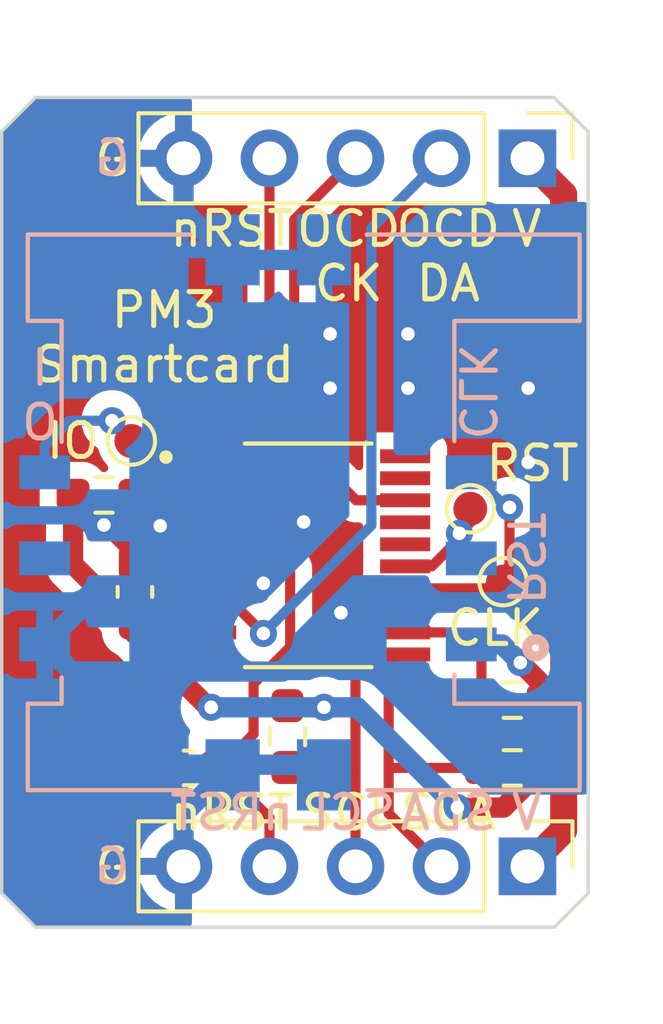
<source format=kicad_pcb>
(kicad_pcb (version 20221018) (generator pcbnew)
  (layers (0 "F.Cu" signal) (31 "B.Cu" signal) (34 "B.Paste" user) (35 "F.Paste" user) (36 "B.SilkS" user "B.Silkscreen") (37 "F.SilkS" user "F.Silkscreen") (38 "B.Mask" user) (39 "F.Mask" user) (44 "Edge.Cuts" user))
  (net 0 "")
  (net 1 "VCC")
  (net 2 "GND")
  (net 3 "/nRST")
  (net 4 "/slot_RST")
  (net 5 "/slot_CLK")
  (net 7 "/slot_IO")
  (net 8 "/SCL")
  (net 9 "/SDA")
  (net 10 "/OCDCK")
  (net 11 "/OCDDA")
  (footprint "Capacitor_SMD:C_0603_1608Metric_Pad1.08x0.95mm_HandSolder" (layer "F.Cu") (at 63.7275 63.71 180)
    (fp_text reference "C2" hide)
    (fp_text value "100n")
    (fp_line (start -0.146267 -0.51) (end 0.146267 -0.51) (stroke (width 0.12)) (layer "F.SilkS"))
    (fp_line (start -0.146267 0.51) (end 0.146267 0.51) (stroke (width 0.12)) (layer "F.SilkS"))
    (pad "1" smd roundrect (at -0.8625 0 180) (size 1.075 0.95) (layers "F.Cu" "F.Paste" "F.Mask") (net 3 "/nRST"))
    (pad "2" smd roundrect (at 0.8625 0 180) (size 1.075 0.95) (layers "F.Cu" "F.Paste" "F.Mask") (net 2 "GND"))
  )
  (footprint "Resistor_SMD:R_0603_1608Metric_Pad0.98x0.95mm_HandSolder" (layer "F.Cu") (at 61.2225 55.6525)
    (fp_text reference "R4" hide)
    (fp_text value "4.7k")
    (fp_line (start -0.254724 -0.5225) (end 0.254724 -0.5225) (stroke (width 0.12)) (layer "F.SilkS"))
    (fp_line (start -0.254724 0.5225) (end 0.254724 0.5225) (stroke (width 0.12)) (layer "F.SilkS"))
    (pad "1" smd roundrect (at -0.9125 0) (size 0.975 0.95) (layers "F.Cu" "F.Paste" "F.Mask") (net 1 "VCC"))
    (pad "2" smd roundrect (at 0.9125 0) (size 0.975 0.95) (layers "F.Cu" "F.Paste" "F.Mask") (net 7 "/slot_IO"))
  )
  (footprint "libs:SOP65P640X120-20N" (layer "F.Cu") (at 67.2525 57.435)
    (fp_text reference "U1" hide)
    (fp_text value "N76E003AT20")
    (fp_line (start -1.869 -3.3) (end 1.869 -3.3) (stroke (width 0.127)) (layer "F.SilkS"))
    (fp_line (start -1.869 3.3) (end 1.869 3.3) (stroke (width 0.127)) (layer "F.SilkS"))
    (fp_circle (center -4.2 -2.9) (end -4.1 -2.9) (stroke (width 0.2)) (fill none) (layer "F.SilkS"))
    (pad "1" smd roundrect (at -2.865 -2.925) (size 1.48 0.41) (layers "F.Cu" "F.Paste" "F.Mask") (roundrect_rratio 0.02))
    (pad "2" smd roundrect (at -2.865 -2.275) (size 1.48 0.41) (layers "F.Cu" "F.Paste" "F.Mask") (roundrect_rratio 0.02) (net 7 "/slot_IO"))
    (pad "3" smd roundrect (at -2.865 -1.625) (size 1.48 0.41) (layers "F.Cu" "F.Paste" "F.Mask") (roundrect_rratio 0.02) (net 7 "/slot_IO"))
    (pad "4" smd roundrect (at -2.865 -0.975) (size 1.48 0.41) (layers "F.Cu" "F.Paste" "F.Mask") (roundrect_rratio 0.02) (net 3 "/nRST"))
    (pad "5" smd roundrect (at -2.865 -0.325) (size 1.48 0.41) (layers "F.Cu" "F.Paste" "F.Mask") (roundrect_rratio 0.02))
    (pad "6" smd roundrect (at -2.865 0.325) (size 1.48 0.41) (layers "F.Cu" "F.Paste" "F.Mask") (roundrect_rratio 0.02))
    (pad "7" smd roundrect (at -2.865 0.975) (size 1.48 0.41) (layers "F.Cu" "F.Paste" "F.Mask") (roundrect_rratio 0.02) (net 2 "GND"))
    (pad "8" smd roundrect (at -2.865 1.625) (size 1.48 0.41) (layers "F.Cu" "F.Paste" "F.Mask") (roundrect_rratio 0.02) (net 11 "/OCDDA"))
    (pad "9" smd roundrect (at -2.865 2.275) (size 1.48 0.41) (layers "F.Cu" "F.Paste" "F.Mask") (roundrect_rratio 0.02) (net 1 "VCC"))
    (pad "10" smd roundrect (at -2.865 2.925) (size 1.48 0.41) (layers "F.Cu" "F.Paste" "F.Mask") (roundrect_rratio 0.02))
    (pad "11" smd roundrect (at 2.865 2.925 180) (size 1.48 0.41) (layers "F.Cu" "F.Paste" "F.Mask") (roundrect_rratio 0.02) (net 9 "/SDA"))
    (pad "12" smd roundrect (at 2.865 2.275 180) (size 1.48 0.41) (layers "F.Cu" "F.Paste" "F.Mask") (roundrect_rratio 0.02) (net 8 "/SCL"))
    (pad "13" smd roundrect (at 2.865 1.625 180) (size 1.48 0.41) (layers "F.Cu" "F.Paste" "F.Mask") (roundrect_rratio 0.02))
    (pad "14" smd roundrect (at 2.865 0.975 180) (size 1.48 0.41) (layers "F.Cu" "F.Paste" "F.Mask") (roundrect_rratio 0.02) (net 5 "/slot_CLK"))
    (pad "15" smd roundrect (at 2.865 0.325 180) (size 1.48 0.41) (layers "F.Cu" "F.Paste" "F.Mask") (roundrect_rratio 0.02) (net 4 "/slot_RST"))
    (pad "16" smd roundrect (at 2.865 -0.325 180) (size 1.48 0.41) (layers "F.Cu" "F.Paste" "F.Mask") (roundrect_rratio 0.02))
    (pad "17" smd roundrect (at 2.865 -0.975 180) (size 1.48 0.41) (layers "F.Cu" "F.Paste" "F.Mask") (roundrect_rratio 0.02))
    (pad "18" smd roundrect (at 2.865 -1.625 180) (size 1.48 0.41) (layers "F.Cu" "F.Paste" "F.Mask") (roundrect_rratio 0.02) (net 10 "/OCDCK"))
    (pad "19" smd roundrect (at 2.865 -2.275 180) (size 1.48 0.41) (layers "F.Cu" "F.Paste" "F.Mask") (roundrect_rratio 0.02))
    (pad "20" smd roundrect (at 2.865 -2.925 180) (size 1.48 0.41) (layers "F.Cu" "F.Paste" "F.Mask") (roundrect_rratio 0.02))
  )
  (footprint "Resistor_SMD:R_0603_1608Metric_Pad0.98x0.95mm_HandSolder" (layer "F.Cu") (at 66.64 62.785 -90)
    (fp_text reference "R3" hide)
    (fp_text value "4.7k")
    (fp_line (start -0.254724 -0.5225) (end 0.254724 -0.5225) (stroke (width 0.12)) (layer "F.SilkS"))
    (fp_line (start -0.254724 0.5225) (end 0.254724 0.5225) (stroke (width 0.12)) (layer "F.SilkS"))
    (pad "1" smd roundrect (at -0.9125 0 270) (size 0.975 0.95) (layers "F.Cu" "F.Paste" "F.Mask") (net 1 "VCC"))
    (pad "2" smd roundrect (at 0.9125 0 270) (size 0.975 0.95) (layers "F.Cu" "F.Paste" "F.Mask") (net 3 "/nRST"))
  )
  (footprint "TestPoint:TestPoint_Pad_D1.0mm" (layer "F.Cu") (at 73.01 58.21)
    (fp_text reference "TP2" hide)
    (fp_text value "TestPoint")
    (fp_circle (center 0 0) (end 0 0.7) (stroke (width 0.12)) (fill none) (layer "F.SilkS"))
    (pad "1" smd circle (at 0 0) (size 1 1) (layers "F.Cu" "F.Mask") (net 5 "/slot_CLK"))
  )
  (footprint "TestPoint:TestPoint_Pad_D1.0mm" (layer "F.Cu") (at 72.04 56.06)
    (fp_text reference "TP1" hide)
    (fp_text value "TestPoint")
    (fp_circle (center 0 0) (end 0 0.7) (stroke (width 0.12)) (fill none) (layer "F.SilkS"))
    (pad "1" smd circle (at 0 0) (size 1 1) (layers "F.Cu" "F.Mask") (net 4 "/slot_RST"))
  )
  (footprint "Resistor_SMD:R_0603_1608Metric_Pad0.98x0.95mm_HandSolder" (layer "F.Cu") (at 73.2825 63.71 180)
    (fp_text reference "R2" hide)
    (fp_text value "4.7k")
    (fp_line (start -0.254724 -0.5225) (end 0.254724 -0.5225) (stroke (width 0.12)) (layer "F.SilkS"))
    (fp_line (start -0.254724 0.5225) (end 0.254724 0.5225) (stroke (width 0.12)) (layer "F.SilkS"))
    (pad "1" smd roundrect (at -0.9125 0 180) (size 0.975 0.95) (layers "F.Cu" "F.Paste" "F.Mask") (net 1 "VCC"))
    (pad "2" smd roundrect (at 0.9125 0 180) (size 0.975 0.95) (layers "F.Cu" "F.Paste" "F.Mask") (net 9 "/SDA"))
  )
  (footprint "Capacitor_SMD:C_0603_1608Metric_Pad1.08x0.95mm_HandSolder" (layer "F.Cu") (at 62.135 58.515 90)
    (fp_text reference "C1" hide)
    (fp_text value "100n")
    (fp_line (start -0.146267 -0.51) (end 0.146267 -0.51) (stroke (width 0.12)) (layer "F.SilkS"))
    (fp_line (start -0.146267 0.51) (end 0.146267 0.51) (stroke (width 0.12)) (layer "F.SilkS"))
    (pad "1" smd roundrect (at -0.8625 0 90) (size 1.075 0.95) (layers "F.Cu" "F.Paste" "F.Mask") (net 1 "VCC"))
    (pad "2" smd roundrect (at 0.8625 0 90) (size 1.075 0.95) (layers "F.Cu" "F.Paste" "F.Mask") (net 2 "GND"))
  )
  (footprint "Connector_PinHeader_2.54mm:PinHeader_1x05_P2.54mm_Vertical" (layer "F.Cu") (at 73.73 66.615 -90)
    (fp_text reference "J2" hide)
    (fp_text value "Conn_01x05")
    (fp_line (start -1.33 -1.33) (end 0 -1.33) (stroke (width 0.12)) (layer "F.SilkS"))
    (fp_line (start -1.33 0) (end -1.33 -1.33) (stroke (width 0.12)) (layer "F.SilkS"))
    (fp_line (start -1.33 1.27) (end -1.33 11.49) (stroke (width 0.12)) (layer "F.SilkS"))
    (fp_line (start -1.33 1.27) (end 1.33 1.27) (stroke (width 0.12)) (layer "F.SilkS"))
    (fp_line (start -1.33 11.49) (end 1.33 11.49) (stroke (width 0.12)) (layer "F.SilkS"))
    (fp_line (start 1.33 1.27) (end 1.33 11.49) (stroke (width 0.12)) (layer "F.SilkS"))
    (pad "1" thru_hole rect (at 0 0 270) (size 1.7 1.7) (drill 1) (layers "*.Cu" "*.Mask") (net 1 "VCC"))
    (pad "2" thru_hole oval (at 0 2.54 270) (size 1.7 1.7) (drill 1) (layers "*.Cu" "*.Mask") (net 9 "/SDA"))
    (pad "3" thru_hole oval (at 0 5.08 270) (size 1.7 1.7) (drill 1) (layers "*.Cu" "*.Mask") (net 8 "/SCL"))
    (pad "4" thru_hole oval (at 0 7.62 270) (size 1.7 1.7) (drill 1) (layers "*.Cu" "*.Mask") (net 3 "/nRST"))
    (pad "5" thru_hole oval (at 0 10.16 270) (size 1.7 1.7) (drill 1) (layers "*.Cu" "*.Mask") (net 2 "GND"))
  )
  (footprint "TestPoint:TestPoint_Pad_D1.0mm" (layer "F.Cu") (at 62.03 54.06)
    (fp_text reference "TP3" hide)
    (fp_text value "TestPoint")
    (fp_circle (center 0 0) (end 0 0.7) (stroke (width 0.12)) (fill none) (layer "F.SilkS"))
    (pad "1" smd circle (at 0 0) (size 1 1) (layers "F.Cu" "F.Mask") (net 7 "/slot_IO"))
  )
  (footprint "Connector_PinHeader_2.54mm:PinHeader_1x05_P2.54mm_Vertical" (layer "F.Cu") (at 73.73 45.715 -90)
    (fp_text reference "J3" hide)
    (fp_text value "Conn_01x05")
    (fp_line (start -1.33 -1.33) (end 0 -1.33) (stroke (width 0.12)) (layer "F.SilkS"))
    (fp_line (start -1.33 0) (end -1.33 -1.33) (stroke (width 0.12)) (layer "F.SilkS"))
    (fp_line (start -1.33 1.27) (end -1.33 11.49) (stroke (width 0.12)) (layer "F.SilkS"))
    (fp_line (start -1.33 1.27) (end 1.33 1.27) (stroke (width 0.12)) (layer "F.SilkS"))
    (fp_line (start -1.33 11.49) (end 1.33 11.49) (stroke (width 0.12)) (layer "F.SilkS"))
    (fp_line (start 1.33 1.27) (end 1.33 11.49) (stroke (width 0.12)) (layer "F.SilkS"))
    (pad "1" thru_hole rect (at 0 0 270) (size 1.7 1.7) (drill 1) (layers "*.Cu" "*.Mask") (net 1 "VCC"))
    (pad "2" thru_hole oval (at 0 2.54 270) (size 1.7 1.7) (drill 1) (layers "*.Cu" "*.Mask") (net 11 "/OCDDA"))
    (pad "3" thru_hole oval (at 0 5.08 270) (size 1.7 1.7) (drill 1) (layers "*.Cu" "*.Mask") (net 10 "/OCDCK"))
    (pad "4" thru_hole oval (at 0 7.62 270) (size 1.7 1.7) (drill 1) (layers "*.Cu" "*.Mask") (net 3 "/nRST"))
    (pad "5" thru_hole oval (at 0 10.16 270) (size 1.7 1.7) (drill 1) (layers "*.Cu" "*.Mask") (net 2 "GND"))
  )
  (footprint "Resistor_SMD:R_0603_1608Metric_Pad0.98x0.95mm_HandSolder" (layer "F.Cu") (at 73.2825 61.71 180)
    (fp_text reference "R1" hide)
    (fp_text value "4.7k")
    (fp_line (start -0.254724 -0.5225) (end 0.254724 -0.5225) (stroke (width 0.12)) (layer "F.SilkS"))
    (fp_line (start -0.254724 0.5225) (end 0.254724 0.5225) (stroke (width 0.12)) (layer "F.SilkS"))
    (pad "1" smd roundrect (at -0.9125 0 180) (size 0.975 0.95) (layers "F.Cu" "F.Paste" "F.Mask") (net 1 "VCC"))
    (pad "2" smd roundrect (at 0.9125 0 180) (size 0.975 0.95) (layers "F.Cu" "F.Paste" "F.Mask") (net 8 "/SCL"))
  )
  (footprint "libs:WURTH_693010020611" (layer "B.Cu") (at 65.77 56.165 -90)
    (fp_text reference "J1" hide)
    (fp_text value "Smartcard Slot")
    (fp_line (start -8.2 -9.5) (end -5.65 -9.5) (stroke (width 0.127)) (layer "B.SilkS"))
    (fp_line (start -8.2 -3.21) (end -8.2 -9.5) (stroke (width 0.127)) (layer "B.SilkS"))
    (fp_line (start -8.2 2) (end -8.2 6.8) (stroke (width 0.127)) (layer "B.SilkS"))
    (fp_line (start -8.2 6.8) (end -5.65 6.8) (stroke (width 0.127)) (layer "B.SilkS"))
    (fp_line (start -5.65 -5.8) (end -5.65 -9.5) (stroke (width 0.127)) (layer "B.SilkS"))
    (fp_line (start -5.65 6.8) (end -5.65 5.8) (stroke (width 0.127)) (layer "B.SilkS"))
    (fp_line (start -2.1 -5.8) (end -5.63 -5.8) (stroke (width 0.127)) (layer "B.SilkS"))
    (fp_line (start -2.08 5.8) (end -5.65 5.8) (stroke (width 0.127)) (layer "B.SilkS"))
    (fp_line (start 4.79 -5.8) (end 5.65 -5.8) (stroke (width 0.127)) (layer "B.SilkS"))
    (fp_line (start 4.87 5.8) (end 5.65 5.8) (stroke (width 0.127)) (layer "B.SilkS"))
    (fp_line (start 5.65 -9.5) (end 5.65 -5.8) (stroke (width 0.127)) (layer "B.SilkS"))
    (fp_line (start 5.65 5.8) (end 5.65 6.8) (stroke (width 0.127)) (layer "B.SilkS"))
    (fp_line (start 8.2 -9.5) (end 5.65 -9.5) (stroke (width 0.127)) (layer "B.SilkS"))
    (fp_line (start 8.2 -3.23) (end 8.2 -9.5) (stroke (width 0.127)) (layer "B.SilkS"))
    (fp_line (start 8.2 1.96) (end 8.2 6.8) (stroke (width 0.127)) (layer "B.SilkS"))
    (fp_line (start 8.2 6.8) (end 5.65 6.8) (stroke (width 0.127)) (layer "B.SilkS"))
    (fp_circle (center 4 -8.2) (end 4.1 -8.2) (stroke (width 0.3)) (fill none) (layer "B.SilkS"))
    (pad "1" smd rect (at 3.9 -6.3 270) (size 1 1.5) (layers "B.Cu" "B.Paste" "B.Mask") (net 1 "VCC"))
    (pad "2" smd rect (at 1.36 -6.3 270) (size 1 1.5) (layers "B.Cu" "B.Paste" "B.Mask") (net 4 "/slot_RST"))
    (pad "3" smd rect (at -1.18 -6.3 270) (size 1 1.5) (layers "B.Cu" "B.Paste" "B.Mask") (net 5 "/slot_CLK"))
    (pad "4" smd rect (at 3.9 6.3 270) (size 1 1.5) (layers "B.Cu" "B.Paste" "B.Mask") (net 2 "GND"))
    (pad "5" smd rect (at 1.36 6.3 270) (size 1 1.5) (layers "B.Cu" "B.Paste" "B.Mask"))
    (pad "6" smd rect (at -1.18 6.3 270) (size 1 1.5) (layers "B.Cu" "B.Paste" "B.Mask") (net 7 "/slot_IO"))
    (pad "S1" smd rect (at -7.75 0.75 270) (size 2.1 1.6) (layers "B.Cu" "B.Paste" "B.Mask") (net 2 "GND"))
    (pad "S2" smd rect (at -7.75 -1.95 270) (size 2.1 1.6) (layers "B.Cu" "B.Paste" "B.Mask") (net 2 "GND"))
    (pad "S3" smd rect (at 7.75 0.75 270) (size 2.1 1.6) (layers "B.Cu" "B.Paste" "B.Mask") (net 2 "GND"))
    (pad "S4" smd rect (at 7.75 -1.95 270) (size 2.1 1.6) (layers "B.Cu" "B.Paste" "B.Mask") (net 2 "GND"))
    (zone (net 0) (net_name "") (layer "B.Cu") (connect_pads (clearance 0)) (min_thickness 0.127)
      (keepout (tracks not_allowed) (vias not_allowed) (pads not_allowed) (copperpour not_allowed) (footprints allowed))
      (fill (thermal_gap 0.508) (thermal_bridge_width 0.508))
      (polygon (pts (xy 60.77 54.485) (xy 60.77 55.485) (xy 61.97 55.485) (xy 61.97 54.485)))
    )
    (zone (net 0) (net_name "") (layer "B.Cu") (connect_pads (clearance 0)) (min_thickness 0.127)
      (keepout (tracks not_allowed) (vias not_allowed) (pads not_allowed) (copperpour not_allowed) (footprints allowed))
      (fill (thermal_gap 0.508) (thermal_bridge_width 0.508))
      (polygon (pts (xy 60.77 57.025) (xy 60.77 58.025) (xy 61.97 58.025) (xy 61.97 57.025)))
    )
    (zone (net 0) (net_name "") (layer "B.Cu") (connect_pads (clearance 0)) (min_thickness 0.127)
      (keepout (tracks not_allowed) (vias not_allowed) (pads not_allowed) (copperpour not_allowed) (footprints allowed))
      (fill (thermal_gap 0.508) (thermal_bridge_width 0.508))
      (polygon (pts (xy 60.77 59.565) (xy 60.77 60.565) (xy 61.97 60.565) (xy 61.97 59.565)))
    )
    (zone (net 0) (net_name "") (layer "B.Cu") (connect_pads (clearance 0)) (min_thickness 0.127)
      (keepout (tracks not_allowed) (vias not_allowed) (pads not_allowed) (copperpour not_allowed) (footprints allowed))
      (fill (thermal_gap 0.508) (thermal_bridge_width 0.508))
      (polygon (pts (xy 69.57 54.485) (xy 69.57 55.485) (xy 70.77 55.485) (xy 70.77 54.485)))
    )
    (zone (net 0) (net_name "") (layer "B.Cu") (connect_pads (clearance 0)) (min_thickness 0.127)
      (keepout (tracks not_allowed) (vias not_allowed) (pads not_allowed) (copperpour not_allowed) (footprints allowed))
      (fill (thermal_gap 0.508) (thermal_bridge_width 0.508))
      (polygon (pts (xy 69.57 57.025) (xy 69.57 58.025) (xy 70.77 58.025) (xy 70.77 57.025)))
    )
    (zone (net 0) (net_name "") (layer "B.Cu") (connect_pads (clearance 0)) (min_thickness 0.127)
      (keepout (tracks not_allowed) (vias not_allowed) (pads not_allowed) (copperpour not_allowed) (footprints allowed))
      (fill (thermal_gap 0.508) (thermal_bridge_width 0.508))
      (polygon (pts (xy 69.57 59.565) (xy 69.57 60.565) (xy 70.77 60.565) (xy 70.77 59.565)))
    )
  )
  (gr_line (start 74.52 68.41) (end 59.2 68.41) (stroke (width 0.1)) (layer "Edge.Cuts"))
  (gr_line (start 74.52 43.92) (end 75.52 44.92) (stroke (width 0.1)) (layer "Edge.Cuts"))
  (gr_line (start 58.2 67.41) (end 58.2 44.92) (stroke (width 0.1)) (layer "Edge.Cuts"))
  (gr_line (start 58.2 67.41) (end 59.2 68.41) (stroke (width 0.1)) (layer "Edge.Cuts"))
  (gr_line (start 75.52 44.92) (end 75.52 67.41) (stroke (width 0.1)) (layer "Edge.Cuts"))
  (gr_line (start 74.52 68.41) (end 75.52 67.41) (stroke (width 0.1)) (layer "Edge.Cuts"))
  (gr_line (start 59.2 43.92) (end 74.52 43.92) (stroke (width 0.1)) (layer "Edge.Cuts"))
  (gr_line (start 58.2 44.92) (end 59.2 43.92) (stroke (width 0.1)) (layer "Edge.Cuts"))
  (gr_text "SCL" (at 68.45 65.615) (layer "B.SilkS") (effects (font (size 1 1)) (justify bottom mirror)))
  (gr_text "I\nO" (at 59.331309 52.71) (layer "B.SilkS") (effects (font (size 1 1)) (justify mirror)))
  (gr_text "G" (at 62.07 66.615) (layer "B.SilkS") (effects (font (size 1 1)) (justify left mirror)))
  (gr_text "CLK" (at 72.82 52.61 270) (layer "B.SilkS") (effects (font (size 1 1)) (justify top mirror)))
  (gr_text "G" (at 62.07 45.71) (layer "B.SilkS") (effects (font (size 1 1)) (justify left mirror)))
  (gr_text "V" (at 73.71 65.615) (layer "B.SilkS") (effects (font (size 1 1)) (justify bottom mirror)))
  (gr_text "SDA" (at 71.39 65.615) (layer "B.SilkS") (effects (font (size 1 1)) (justify bottom mirror)))
  (gr_text "RST" (at 73.07 57.525 -90) (layer "B.SilkS") (effects (font (size 1 1)) (justify bottom mirror)))
  (gr_text "nRST" (at 65 65.615) (layer "B.SilkS") (effects (font (size 1 1)) (justify bottom mirror)))
  (gr_text "V" (at 73.71 65.615) (layer "F.SilkS") (effects (font (size 1 1)) (justify bottom)))
  (gr_text "G" (at 62.07 45.715) (layer "F.SilkS") (effects (font (size 1 1)) (justify right)))
  (gr_text "G" (at 62.07 66.615) (layer "F.SilkS") (effects (font (size 1 1)) (justify right)))
  (gr_text "PM3\nSmartcard" (at 63 51) (layer "F.SilkS") (effects (font (size 1 1))))
  (gr_text "RST" (at 73.88 54.72) (layer "F.SilkS") (effects (font (size 1 1))))
  (gr_text "SCL" (at 68.45 65.615) (layer "F.SilkS") (effects (font (size 1 1)) (justify bottom)))
  (gr_text "nRST" (at 65 47.215) (layer "F.SilkS") (effects (font (size 1 1)) (justify top)))
  (gr_text "nRST" (at 65 65.615) (layer "F.SilkS") (effects (font (size 1 1)) (justify bottom)))
  (gr_text "V" (at 73.71 47.215) (layer "F.SilkS") (effects (font (size 1 1)) (justify top)))
  (gr_text "OCD\nCK" (at 68.45 47.215) (layer "F.SilkS") (effects (font (size 1 1)) (justify top)))
  (gr_text "SDA" (at 71.39 65.615) (layer "F.SilkS") (effects (font (size 1 1)) (justify bottom)))
  (gr_text "OCD\nDA" (at 71.39 47.215) (layer "F.SilkS") (effects (font (size 1 1)) (justify top)))
  (gr_text "IO" (at 61.159405 54.06) (layer "F.SilkS") (effects (font (size 1 1)) (justify right)))
  (gr_text "CLK" (at 72.78 59.58) (layer "F.SilkS") (effects (font (size 1 1))))
  (segment (start 60.31 57.7) (end 60.31 55.6525) (width 0.6) (layer "F.Cu") (net 1))
  (segment (start 73.52 60.6) (end 74.195 61.275) (width 0.6) (layer "F.Cu") (net 1))
  (segment (start 74.195 61.71) (end 74.195 63.71) (width 0.6) (layer "F.Cu") (net 1))
  (segment (start 61.9875 59.3775) (end 60.31 57.7) (width 0.6) (layer "F.Cu") (net 1))
  (segment (start 74.195 61.275) (end 74.195 61.71) (width 0.6) (layer "F.Cu") (net 1))
  (segment (start 74.8 46.785) (end 74.8 65.545) (width 0.8) (layer "F.Cu") (net 1))
  (segment (start 71.66 64.88) (end 73.025 64.88) (width 0.6) (layer "F.Cu") (net 1))
  (segment (start 67.7175 61.9225) (end 67.72 61.92) (width 0.4) (layer "F.Cu") (net 1))
  (segment (start 62.135 59.3775) (end 62.4675 59.71) (width 0.4) (layer "F.Cu") (net 1))
  (segment (start 73.73 45.715) (end 74.8 46.785) (width 0.8) (layer "F.Cu") (net 1))
  (segment (start 73.025 64.88) (end 74.195 63.71) (width 0.6) (layer "F.Cu") (net 1))
  (segment (start 74.8 65.545) (end 74.1 66.245) (width 0.8) (layer "F.Cu") (net 1))
  (segment (start 64.3875 61.92) (end 64.300197 61.92) (width 0.6) (layer "F.Cu") (net 1))
  (segment (start 64.300197 61.92) (end 62.135 59.754803) (width 0.6) (layer "F.Cu") (net 1))
  (segment (start 62.135 59.3775) (end 61.9875 59.3775) (width 0.4) (layer "F.Cu") (net 1))
  (segment (start 62.4675 59.71) (end 64.3875 59.71) (width 0.4) (layer "F.Cu") (net 1))
  (segment (start 66.64 61.9225) (end 67.7175 61.9225) (width 0.4) (layer "F.Cu") (net 1))
  (segment (start 62.135 59.3775) (end 62.15 59.3925) (width 0.4) (layer "F.Cu") (net 1))
  (segment (start 62.135 59.754803) (end 62.135 59.3775) (width 0.6) (layer "F.Cu") (net 1))
  (via (at 71.66 64.88) (size 0.8) (drill 0.4) (layers "F.Cu" "B.Cu") (net 1))
  (via (at 73.52 60.6) (size 0.8) (drill 0.4) (layers "F.Cu" "B.Cu") (net 1))
  (via (at 64.3875 61.92) (size 0.8) (drill 0.4) (layers "F.Cu" "B.Cu") (net 1))
  (via (at 67.72 61.92) (size 0.8) (drill 0.4) (layers "F.Cu" "B.Cu") (net 1))
  (segment (start 68.7 61.92) (end 67.72 61.92) (width 0.6) (layer "B.Cu") (net 1))
  (segment (start 73.52 60.6) (end 72.985 60.065) (width 0.6) (layer "B.Cu") (net 1))
  (segment (start 72.985 60.065) (end 72.07 60.065) (width 0.6) (layer "B.Cu") (net 1))
  (segment (start 71.66 64.88) (end 68.7 61.92) (width 0.6) (layer "B.Cu") (net 1))
  (segment (start 67.72 61.92) (end 64.3875 61.92) (width 0.6) (layer "B.Cu") (net 1))
  (segment (start 64.3875 58.41) (end 65.78 58.41) (width 0.4) (layer "F.Cu") (net 2))
  (segment (start 62.135 57.6525) (end 62.135 57.310628) (width 0.4) (layer "F.Cu") (net 2))
  (segment (start 62.135 57.6525) (end 62.135 57.455) (width 0.4) (layer "F.Cu") (net 2))
  (segment (start 64.3875 58.41) (end 62.8925 58.41) (width 0.4) (layer "F.Cu") (net 2))
  (segment (start 62.135 57.310628) (end 62.882605 56.563023) (width 0.4) (layer "F.Cu") (net 2))
  (segment (start 62.135 57.455) (end 61.22 56.54) (width 0.4) (layer "F.Cu") (net 2))
  (segment (start 62.8925 58.41) (end 62.135 57.6525) (width 0.4) (layer "F.Cu") (net 2))
  (segment (start 65.78 58.41) (end 65.93 58.26) (width 0.4) (layer "F.Cu") (net 2))
  (via (at 61.22 56.54) (size 0.8) (drill 0.4) (layers "F.Cu" "B.Cu") (net 2))
  (via (at 70.2 52.5) (size 0.8) (drill 0.4) (layers "F.Cu" "B.Cu") (net 2))
  (via (at 73.75 54.69) (size 0.8) (drill 0.4) (layers "F.Cu" "B.Cu") (net 2))
  (via (at 67.9 50.9) (size 0.8) (drill 0.4) (layers "F.Cu" "B.Cu") (net 2))
  (via (at 73.75 52.5) (size 0.8) (drill 0.4) (layers "F.Cu" "B.Cu") (net 2))
  (via (at 65.93 58.26) (size 0.8) (drill 0.4) (layers "F.Cu" "B.Cu") (net 2))
  (via (at 68.22 59.13) (size 0.8) (drill 0.4) (layers "F.Cu" "B.Cu") (net 2))
  (via (at 67.12 56.45) (size 0.8) (drill 0.4) (layers "F.Cu" "B.Cu") (net 2))
  (via (at 70.2 50.9) (size 0.8) (drill 0.4) (layers "F.Cu" "B.Cu") (net 2))
  (via (at 62.882605 56.563023) (size 0.8) (drill 0.4) (layers "F.Cu" "B.Cu") (net 2))
  (via (at 67.9 52.5) (size 0.8) (drill 0.4) (layers "F.Cu" "B.Cu") (net 2))
  (segment (start 59.47 60.065) (end 61.21 58.325) (width 0.6) (layer "B.Cu") (net 2))
  (segment (start 62.094264 58.325) (end 65.02 55.399264) (width 0.6) (layer "B.Cu") (net 2))
  (segment (start 68.22 59.13) (end 66.485 60.865) (width 0.6) (layer "B.Cu") (net 2))
  (segment (start 64.233023 56.563023) (end 65.93 58.26) (width 0.4) (layer "B.Cu") (net 2))
  (segment (start 63.02 63.615) (end 59.47 60.065) (width 0.6) (layer "B.Cu") (net 2))
  (segment (start 65.02 63.615) (end 67.72 63.615) (width 0.6) (layer "B.Cu") (net 2))
  (segment (start 66.485 60.865) (end 60.27 60.865) (width 0.6) (layer "B.Cu") (net 2))
  (segment (start 63.57 65.065) (end 65.02 63.615) (width 0.6) (layer "B.Cu") (net 2))
  (segment (start 60.27 60.865) (end 59.47 60.065) (width 0.6) (layer "B.Cu") (net 2))
  (segment (start 62.882605 56.563023) (end 62.893023 56.563023) (width 0.4) (layer "B.Cu") (net 2))
  (segment (start 73.1 58.83) (end 74.1 57.83) (width 0.6) (layer "B.Cu") (net 2))
  (segment (start 74.1 57.83) (end 74.1 55.04) (width 0.6) (layer "B.Cu") (net 2))
  (segment (start 61.22 56.54) (end 61.767844 56.54) (width 0.4) (layer "B.Cu") (net 2))
  (segment (start 61.767844 56.54) (end 62.746766 57.518922) (width 0.4) (layer "B.Cu") (net 2))
  (segment (start 63.57 66.615) (end 63.57 65.065) (width 0.6) (layer "B.Cu") (net 2))
  (segment (start 65.93 58.26) (end 65.23 58.26) (width 0.4) (layer "B.Cu") (net 2))
  (segment (start 61.243023 56.563023) (end 61.22 56.54) (width 0.4) (layer "B.Cu") (net 2))
  (segment (start 62.882605 56.563023) (end 64.233023 56.563023) (width 0.4) (layer "B.Cu") (net 2))
  (segment (start 62.893023 56.563023) (end 63.303922 56.973922) (width 0.4) (layer "B.Cu") (net 2))
  (segment (start 68.52 58.83) (end 73.1 58.83) (width 0.6) (layer "B.Cu") (net 2))
  (segment (start 63.5 58.26) (end 62.758922 57.518922) (width 0.4) (layer "B.Cu") (net 2))
  (segment (start 65.02 63.615) (end 63.02 63.615) (width 0.6) (layer "B.Cu") (net 2))
  (segment (start 62.746766 57.518922) (end 62.758922 57.518922) (width 0.4) (layer "B.Cu") (net 2))
  (segment (start 63.57 47.265) (end 65.02 48.715) (width 0.6) (layer "B.Cu") (net 2))
  (segment (start 65.02 48.715) (end 65.02 55.399264) (width 0.6) (layer "B.Cu") (net 2))
  (segment (start 68.22 59.13) (end 68.52 58.83) (width 0.6) (layer "B.Cu") (net 2))
  (segment (start 61.21 58.325) (end 62.094264 58.325) (width 0.6) (layer "B.Cu") (net 2))
  (segment (start 74.1 55.04) (end 73.75 54.69) (width 0.6) (layer "B.Cu") (net 2))
  (segment (start 65.02 48.715) (end 67.72 48.715) (width 0.6) (layer "B.Cu") (net 2))
  (segment (start 65.93 58.26) (end 63.5 58.26) (width 0.4) (layer "B.Cu") (net 2))
  (segment (start 63.57 45.715) (end 63.57 47.265) (width 0.6) (layer "B.Cu") (net 2))
  (segment (start 62.882605 56.563023) (end 61.243023 56.563023) (width 0.4) (layer "B.Cu") (net 2))
  (segment (start 66.72 57.84) (end 65.34 56.46) (width 0.3) (layer "F.Cu") (net 3))
  (segment (start 65.64 61.22) (end 66.72 60.14) (width 0.3) (layer "F.Cu") (net 3))
  (segment (start 65.34 56.46) (end 65.172671 56.46) (width 0.3) (layer "F.Cu") (net 3))
  (segment (start 65.172671 56.46) (end 66.11 55.522671) (width 0.3) (layer "F.Cu") (net 3))
  (segment (start 66.72 60.14) (end 66.72 57.84) (width 0.3) (layer "F.Cu") (net 3))
  (segment (start 66.11 66.615) (end 66.11 65.18) (width 0.3) (layer "F.Cu") (net 3))
  (segment (start 66.5775 63.71) (end 66.64 63.6475) (width 0.3) (layer "F.Cu") (net 3))
  (segment (start 64.64 63.71) (end 65.64 62.71) (width 0.3) (layer "F.Cu") (net 3))
  (segment (start 66.11 65.18) (end 64.64 63.71) (width 0.3) (layer "F.Cu") (net 3))
  (segment (start 66.11 55.522671) (end 66.11 45.715) (width 0.3) (layer "F.Cu") (net 3))
  (segment (start 65.64 62.71) (end 65.64 61.22) (width 0.3) (layer "F.Cu") (net 3))
  (segment (start 64.3875 56.46) (end 65.172671 56.46) (width 0.3) (layer "F.Cu") (net 3))
  (segment (start 64.64 63.71) (end 66.5775 63.71) (width 0.3) (layer "F.Cu") (net 3))
  (segment (start 72.04 56.465) (end 71.72 56.785) (width 0.3) (layer "F.Cu") (net 4))
  (segment (start 72.04 56.06) (end 72.04 56.465) (width 0.3) (layer "F.Cu") (net 4))
  (segment (start 71.72 56.942671) (end 71.72 56.785) (width 0.3) (layer "F.Cu") (net 4))
  (segment (start 70.1175 57.76) (end 70.902671 57.76) (width 0.3) (layer "F.Cu") (net 4))
  (segment (start 70.902671 57.76) (end 71.72 56.942671) (width 0.3) (layer "F.Cu") (net 4))
  (via (at 71.72 56.785) (size 0.8) (drill 0.4) (layers "F.Cu" "B.Cu") (net 4))
  (segment (start 71.72 57.175) (end 72.07 57.525) (width 0.3) (layer "B.Cu") (net 4))
  (segment (start 71.72 56.785) (end 71.72 57.175) (width 0.3) (layer "B.Cu") (net 4))
  (segment (start 73.2 56.02) (end 73.2 57.74) (width 0.3) (layer "F.Cu") (net 5))
  (segment (start 73.2 57.74) (end 72.53 58.41) (width 0.3) (layer "F.Cu") (net 5))
  (segment (start 72.53 58.41) (end 70.1175 58.41) (width 0.3) (layer "F.Cu") (net 5))
  (via (at 73.2 56.02) (size 0.8) (drill 0.4) (layers "F.Cu" "B.Cu") (net 5))
  (segment (start 73.2 56.02) (end 73.105 56.02) (width 0.3) (layer "B.Cu") (net 5))
  (segment (start 73.105 56.02) (end 72.07 54.985) (width 0.3) (layer "B.Cu") (net 5))
  (segment (start 64.3875 55.81) (end 62.2925 55.81) (width 0.3) (layer "F.Cu") (net 7))
  (segment (start 62.135 54.135) (end 62.135 55.6525) (width 0.3) (layer "F.Cu") (net 7))
  (segment (start 62.2925 55.81) (end 62.135 55.6525) (width 0.3) (layer "F.Cu") (net 7))
  (segment (start 61.46 53.46) (end 62.135 54.135) (width 0.3) (layer "F.Cu") (net 7))
  (segment (start 64.3875 55.81) (end 64.3875 55.16) (width 0.3) (layer "F.Cu") (net 7))
  (via (at 61.46 53.46) (size 0.8) (drill 0.4) (layers "F.Cu" "B.Cu") (net 7))
  (segment (start 61.46 53.46) (end 60.21 53.46) (width 0.3) (layer "B.Cu") (net 7))
  (segment (start 59.47 54.2) (end 59.47 54.985) (width 0.3) (layer "B.Cu") (net 7))
  (segment (start 60.21 53.46) (end 59.47 54.2) (width 0.3) (layer "B.Cu") (net 7))
  (segment (start 71.61 59.71) (end 72.37 60.47) (width 0.3) (layer "F.Cu") (net 8))
  (segment (start 70.1175 59.71) (end 71.61 59.71) (width 0.3) (layer "F.Cu") (net 8))
  (segment (start 72.37 60.47) (end 72.37 61.71) (width 0.3) (layer "F.Cu") (net 8))
  (segment (start 68.65 60.24) (end 68.65 66.615) (width 0.3) (layer "F.Cu") (net 8))
  (segment (start 70.1175 59.71) (end 69.18 59.71) (width 0.3) (layer "F.Cu") (net 8))
  (segment (start 69.18 59.71) (end 68.65 60.24) (width 0.3) (layer "F.Cu") (net 8))
  (segment (start 71.19 66.615) (end 69.63 65.055) (width 0.3) (layer "F.Cu") (net 9))
  (segment (start 69.63 60.61) (end 69.88 60.36) (width 0.3) (layer "F.Cu") (net 9))
  (segment (start 69.63 65.055) (end 69.63 63.71) (width 0.3) (layer "F.Cu") (net 9))
  (segment (start 72.37 63.71) (end 69.63 63.71) (width 0.3) (layer "F.Cu") (net 9))
  (segment (start 69.88 60.36) (end 70.1175 60.36) (width 0.3) (layer "F.Cu") (net 9))
  (segment (start 69.63 63.71) (end 69.63 60.61) (width 0.3) (layer "F.Cu") (net 9))
  (segment (start 66.84 47.525) (end 68.65 45.715) (width 0.3) (layer "F.Cu") (net 10))
  (segment (start 66.84 53.98) (end 66.84 47.525) (width 0.3) (layer "F.Cu") (net 10))
  (segment (start 68.67 55.81) (end 66.84 53.98) (width 0.3) (layer "F.Cu") (net 10))
  (segment (start 70.1175 55.81) (end 68.67 55.81) (width 0.3) (layer "F.Cu") (net 10))
  (segment (start 65.25 59.06) (end 64.3875 59.06) (width 0.3) (layer "F.Cu") (net 11))
  (segment (start 65.93 59.74) (end 65.25 59.06) (width 0.3) (layer "F.Cu") (net 11))
  (via (at 65.93 59.74) (size 0.8) (drill 0.4) (layers "F.Cu" "B.Cu") (net 11))
  (segment (start 69.12 47.785) (end 71.19 45.715) (width 0.3) (layer "B.Cu") (net 11))
  (segment (start 65.93 59.74) (end 69.12 56.55) (width 0.3) (layer "B.Cu") (net 11))
  (segment (start 69.12 56.55) (end 69.12 47.785) (width 0.3) (layer "B.Cu") (net 11))
  (zone (net 0) (net_name "") (layer "F.Cu") (connect_pads (clearance 0)) (min_thickness 0.25)
    (keepout (tracks allowed) (vias allowed) (pads allowed) (copperpour not_allowed) (footprints allowed))
    (fill (thermal_gap 0.5) (thermal_bridge_width 0.5))
    (polygon (pts (xy 63.12 62.75) (xy 63.12 61.85) (xy 63.2 61.85) (xy 63.2 62.75)))
  )
  (zone (net 0) (net_name "") (layer "F.Cu") (connect_pads (clearance 0)) (min_thickness 0.25)
    (keepout (tracks allowed) (vias allowed) (pads allowed) (copperpour not_allowed) (footprints allowed))
    (fill (thermal_gap 0.5) (thermal_bridge_width 0.5))
    (polygon (pts (xy 67.37 60.08) (xy 67.37 59.89) (xy 68.06 59.89) (xy 68.06 60.08)))
  )
  (zone (net 0) (net_name "") (layers "F&B.Cu") (connect_pads (clearance 0)) (min_thickness 0.25)
    (keepout (tracks allowed) (vias allowed) (pads allowed) (copperpour not_allowed) (footprints allowed))
    (fill (thermal_gap 0.5) (thermal_bridge_width 0.5))
    (polygon (pts (xy 75.52 64.5) (xy 75.52 68.41) (xy 63.82 68.41) (xy 63.82 64.5)))
  )
  (zone (net 2) (net_name "GND") (layers "F&B.Cu") (connect_pads (clearance 0.5)) (min_thickness 0.25) (fill yes (thermal_gap 0.5) (thermal_bridge_width 0.5))
    (polygon (pts (xy 58.2 43.92) (xy 75.52 43.92) (xy 75.52 68.41) (xy 58.2 68.41)))
  )
  (zone (net 0) (net_name "") (layers "F&B.Cu") (connect_pads (clearance 0)) (min_thickness 0.25)
    (keepout (tracks allowed) (vias allowed) (pads allowed) (copperpour not_allowed) (footprints allowed))
    (fill (thermal_gap 0.5) (thermal_bridge_width 0.5))
    (polygon (pts (xy 75.52 43.92) (xy 75.52 47) (xy 63.82 47) (xy 63.82 43.92)))
  )
  (zone (net 0) (net_name "") (layer "B.Cu") (connect_pads (clearance 0)) (min_thickness 0.25)
    (keepout (tracks allowed) (vias allowed) (pads allowed) (copperpour not_allowed) (footprints allowed))
    (fill (thermal_gap 0.5) (thermal_bridge_width 0.5))
    (polygon (pts (xy 68.57 58.02) (xy 69.57 58.02) (xy 69.57 57.95) (xy 68.57 57.95)))
  )
  (zone (net 0) (net_name "") (layer "B.Cu") (connect_pads (clearance 0)) (min_thickness 0.25)
    (keepout (tracks allowed) (vias allowed) (pads allowed) (copperpour not_allowed) (footprints allowed))
    (fill (thermal_gap 0.5) (thermal_bridge_width 0.5))
    (polygon (pts (xy 68.52 63.66) (xy 68.52 64.17) (xy 68.55 64.17) (xy 68.55 63.66)))
  )
)
</source>
